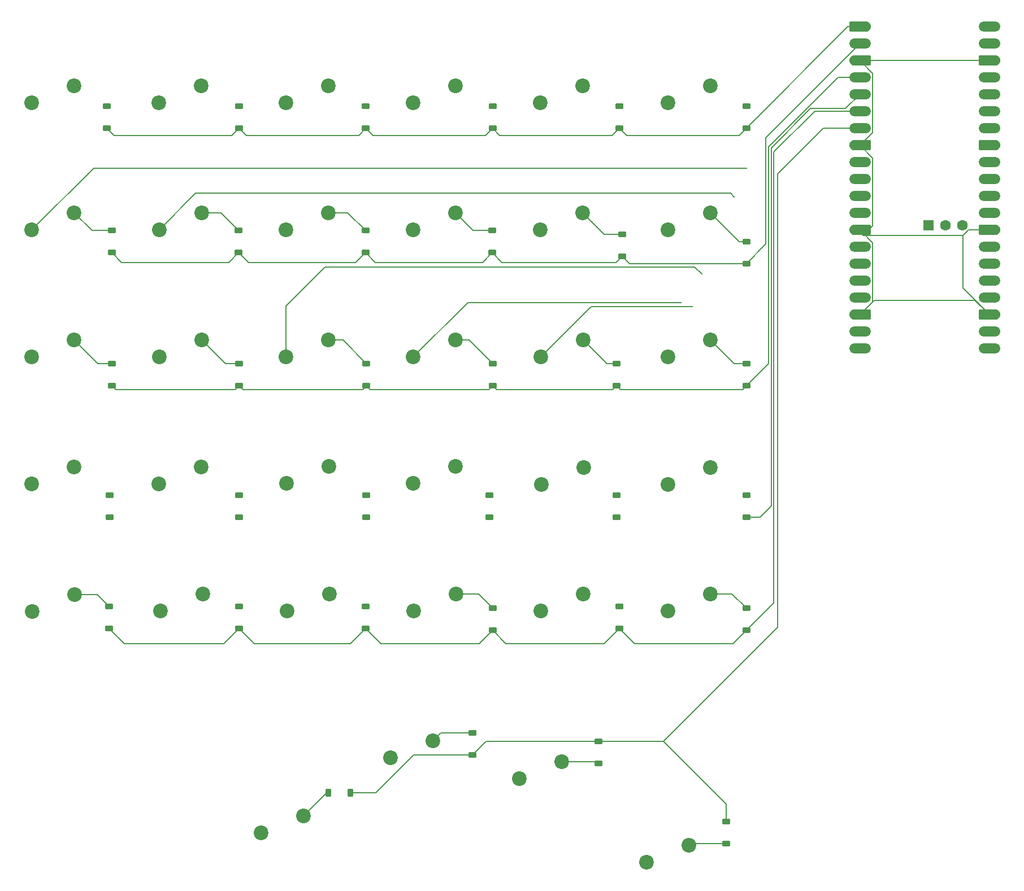
<source format=gbr>
%TF.GenerationSoftware,KiCad,Pcbnew,9.0.6*%
%TF.CreationDate,2026-01-10T21:08:18+05:30*%
%TF.ProjectId,pcb,7063622e-6b69-4636-9164-5f7063625858,rev?*%
%TF.SameCoordinates,Original*%
%TF.FileFunction,Copper,L1,Top*%
%TF.FilePolarity,Positive*%
%FSLAX46Y46*%
G04 Gerber Fmt 4.6, Leading zero omitted, Abs format (unit mm)*
G04 Created by KiCad (PCBNEW 9.0.6) date 2026-01-10 21:08:18*
%MOMM*%
%LPD*%
G01*
G04 APERTURE LIST*
G04 Aperture macros list*
%AMRoundRect*
0 Rectangle with rounded corners*
0 $1 Rounding radius*
0 $2 $3 $4 $5 $6 $7 $8 $9 X,Y pos of 4 corners*
0 Add a 4 corners polygon primitive as box body*
4,1,4,$2,$3,$4,$5,$6,$7,$8,$9,$2,$3,0*
0 Add four circle primitives for the rounded corners*
1,1,$1+$1,$2,$3*
1,1,$1+$1,$4,$5*
1,1,$1+$1,$6,$7*
1,1,$1+$1,$8,$9*
0 Add four rect primitives between the rounded corners*
20,1,$1+$1,$2,$3,$4,$5,0*
20,1,$1+$1,$4,$5,$6,$7,0*
20,1,$1+$1,$6,$7,$8,$9,0*
20,1,$1+$1,$8,$9,$2,$3,0*%
%AMFreePoly0*
4,1,37,0.800000,0.796148,0.878414,0.796148,1.032228,0.765552,1.177117,0.705537,1.307515,0.618408,1.418408,0.507515,1.505537,0.377117,1.565552,0.232228,1.596148,0.078414,1.596148,-0.078414,1.565552,-0.232228,1.505537,-0.377117,1.418408,-0.507515,1.307515,-0.618408,1.177117,-0.705537,1.032228,-0.765552,0.878414,-0.796148,0.800000,-0.796148,0.800000,-0.800000,-1.400000,-0.800000,
-1.403843,-0.796157,-1.439018,-0.796157,-1.511114,-0.766294,-1.566294,-0.711114,-1.596157,-0.639018,-1.596157,-0.603843,-1.600000,-0.600000,-1.600000,0.600000,-1.596157,0.603843,-1.596157,0.639018,-1.566294,0.711114,-1.511114,0.766294,-1.439018,0.796157,-1.403843,0.796157,-1.400000,0.800000,0.800000,0.800000,0.800000,0.796148,0.800000,0.796148,$1*%
%AMFreePoly1*
4,1,37,1.403843,0.796157,1.439018,0.796157,1.511114,0.766294,1.566294,0.711114,1.596157,0.639018,1.596157,0.603843,1.600000,0.600000,1.600000,-0.600000,1.596157,-0.603843,1.596157,-0.639018,1.566294,-0.711114,1.511114,-0.766294,1.439018,-0.796157,1.403843,-0.796157,1.400000,-0.800000,-0.800000,-0.800000,-0.800000,-0.796148,-0.878414,-0.796148,-1.032228,-0.765552,-1.177117,-0.705537,
-1.307515,-0.618408,-1.418408,-0.507515,-1.505537,-0.377117,-1.565552,-0.232228,-1.596148,-0.078414,-1.596148,0.078414,-1.565552,0.232228,-1.505537,0.377117,-1.418408,0.507515,-1.307515,0.618408,-1.177117,0.705537,-1.032228,0.765552,-0.878414,0.796148,-0.800000,0.796148,-0.800000,0.800000,1.400000,0.800000,1.403843,0.796157,1.403843,0.796157,$1*%
G04 Aperture macros list end*
%TA.AperFunction,SMDPad,CuDef*%
%ADD10RoundRect,0.225000X0.375000X-0.225000X0.375000X0.225000X-0.375000X0.225000X-0.375000X-0.225000X0*%
%TD*%
%TA.AperFunction,SMDPad,CuDef*%
%ADD11RoundRect,0.225000X-0.375000X0.225000X-0.375000X-0.225000X0.375000X-0.225000X0.375000X0.225000X0*%
%TD*%
%TA.AperFunction,ComponentPad*%
%ADD12C,2.200000*%
%TD*%
%TA.AperFunction,SMDPad,CuDef*%
%ADD13RoundRect,0.225000X0.225000X0.375000X-0.225000X0.375000X-0.225000X-0.375000X0.225000X-0.375000X0*%
%TD*%
%TA.AperFunction,SMDPad,CuDef*%
%ADD14FreePoly0,0.000000*%
%TD*%
%TA.AperFunction,SMDPad,CuDef*%
%ADD15RoundRect,0.800000X-0.800000X-0.000010X0.800000X-0.000010X0.800000X0.000010X-0.800000X0.000010X0*%
%TD*%
%TA.AperFunction,SMDPad,CuDef*%
%ADD16FreePoly1,0.000000*%
%TD*%
%TA.AperFunction,ComponentPad*%
%ADD17RoundRect,0.200000X-0.600000X-0.600000X0.600000X-0.600000X0.600000X0.600000X-0.600000X0.600000X0*%
%TD*%
%TA.AperFunction,ComponentPad*%
%ADD18C,1.600000*%
%TD*%
%TA.AperFunction,ViaPad*%
%ADD19C,0.300000*%
%TD*%
%TA.AperFunction,Conductor*%
%ADD20C,0.200000*%
%TD*%
G04 APERTURE END LIST*
D10*
%TO.P,D20,1,K*%
%TO.N,row4*%
X91000000Y-92650000D03*
%TO.P,D20,2,A*%
%TO.N,Net-(D20-A)*%
X91000000Y-89350000D03*
%TD*%
D11*
%TO.P,D33,1,K*%
%TO.N,row6*%
X144860000Y-126320000D03*
%TO.P,D33,2,A*%
%TO.N,Net-(D33-A)*%
X144860000Y-129620000D03*
%TD*%
D12*
%TO.P,SW17,1,1*%
%TO.N,Net-(D17-A)*%
X142540000Y-66095000D03*
%TO.P,SW17,2,2*%
%TO.N,col5*%
X136190000Y-68635000D03*
%TD*%
D10*
%TO.P,D18,1,K*%
%TO.N,row3*%
X167000000Y-72950000D03*
%TO.P,D18,2,A*%
%TO.N,Net-(D18-A)*%
X167000000Y-69650000D03*
%TD*%
D12*
%TO.P,SW24,1,1*%
%TO.N,Net-(D24-A)*%
X161640000Y-85220000D03*
%TO.P,SW24,2,2*%
%TO.N,col6*%
X155290000Y-87760000D03*
%TD*%
%TO.P,SW25,1,1*%
%TO.N,Net-(D25-A)*%
X66360000Y-104270000D03*
%TO.P,SW25,2,2*%
%TO.N,col1*%
X60010000Y-106810000D03*
%TD*%
D10*
%TO.P,D27,1,K*%
%TO.N,row5*%
X110000000Y-109350000D03*
%TO.P,D27,2,A*%
%TO.N,Net-(D27-A)*%
X110000000Y-106050000D03*
%TD*%
%TO.P,D16,1,K*%
%TO.N,row3*%
X129000000Y-72950000D03*
%TO.P,D16,2,A*%
%TO.N,Net-(D16-A)*%
X129000000Y-69650000D03*
%TD*%
D12*
%TO.P,SW9,1,1*%
%TO.N,Net-(D9-A)*%
X104375000Y-47045000D03*
%TO.P,SW9,2,2*%
%TO.N,col3*%
X98025000Y-49585000D03*
%TD*%
%TO.P,SW8,1,1*%
%TO.N,Net-(D8-A)*%
X85390000Y-47040000D03*
%TO.P,SW8,2,2*%
%TO.N,col2*%
X79040000Y-49580000D03*
%TD*%
D10*
%TO.P,D15,1,K*%
%TO.N,row3*%
X110100000Y-72950000D03*
%TO.P,D15,2,A*%
%TO.N,Net-(D15-A)*%
X110100000Y-69650000D03*
%TD*%
D12*
%TO.P,SW29,1,1*%
%TO.N,Net-(D29-A)*%
X142610000Y-104220000D03*
%TO.P,SW29,2,2*%
%TO.N,col5*%
X136260000Y-106760000D03*
%TD*%
%TO.P,SW27,1,1*%
%TO.N,Net-(D27-A)*%
X104560000Y-104220000D03*
%TO.P,SW27,2,2*%
%TO.N,col3*%
X98210000Y-106760000D03*
%TD*%
D10*
%TO.P,D4,1,K*%
%TO.N,row1*%
X129000000Y-34350000D03*
%TO.P,D4,2,A*%
%TO.N,Net-(D4-A)*%
X129000000Y-31050000D03*
%TD*%
%TO.P,D23,1,K*%
%TO.N,row4*%
X147550000Y-92650000D03*
%TO.P,D23,2,A*%
%TO.N,Net-(D23-A)*%
X147550000Y-89350000D03*
%TD*%
D12*
%TO.P,SW7,1,1*%
%TO.N,Net-(D7-A)*%
X66310000Y-47050000D03*
%TO.P,SW7,2,2*%
%TO.N,col1*%
X59960000Y-49590000D03*
%TD*%
D13*
%TO.P,D31,1,K*%
%TO.N,row6*%
X107650000Y-134000000D03*
%TO.P,D31,2,A*%
%TO.N,Net-(D31-A)*%
X104350000Y-134000000D03*
%TD*%
D12*
%TO.P,SW19,1,1*%
%TO.N,Net-(D19-A)*%
X66310000Y-85180000D03*
%TO.P,SW19,2,2*%
%TO.N,col1*%
X59960000Y-87720000D03*
%TD*%
D10*
%TO.P,D1,1,K*%
%TO.N,row1*%
X71200000Y-34350000D03*
%TO.P,D1,2,A*%
%TO.N,Net-(D1-A)*%
X71200000Y-31050000D03*
%TD*%
%TO.P,D2,1,K*%
%TO.N,row1*%
X91000000Y-34350000D03*
%TO.P,D2,2,A*%
%TO.N,Net-(D2-A)*%
X91000000Y-31050000D03*
%TD*%
%TO.P,D30,1,K*%
%TO.N,row5*%
X167000000Y-109650000D03*
%TO.P,D30,2,A*%
%TO.N,Net-(D30-A)*%
X167000000Y-106350000D03*
%TD*%
%TO.P,D24,1,K*%
%TO.N,row4*%
X167000000Y-92650000D03*
%TO.P,D24,2,A*%
%TO.N,Net-(D24-A)*%
X167000000Y-89350000D03*
%TD*%
D12*
%TO.P,SW4,1,1*%
%TO.N,Net-(D4-A)*%
X123430000Y-27990000D03*
%TO.P,SW4,2,2*%
%TO.N,col4*%
X117080000Y-30530000D03*
%TD*%
%TO.P,SW26,1,1*%
%TO.N,Net-(D26-A)*%
X85560000Y-104220000D03*
%TO.P,SW26,2,2*%
%TO.N,col2*%
X79210000Y-106760000D03*
%TD*%
D10*
%TO.P,D21,1,K*%
%TO.N,row4*%
X110100000Y-92650000D03*
%TO.P,D21,2,A*%
%TO.N,Net-(D21-A)*%
X110100000Y-89350000D03*
%TD*%
%TO.P,D8,1,K*%
%TO.N,row2*%
X90950000Y-53000000D03*
%TO.P,D8,2,A*%
%TO.N,Net-(D8-A)*%
X90950000Y-49700000D03*
%TD*%
%TO.P,D19,1,K*%
%TO.N,row4*%
X71650000Y-92650000D03*
%TO.P,D19,2,A*%
%TO.N,Net-(D19-A)*%
X71650000Y-89350000D03*
%TD*%
D12*
%TO.P,SW18,1,1*%
%TO.N,Net-(D18-A)*%
X161640000Y-66100000D03*
%TO.P,SW18,2,2*%
%TO.N,col6*%
X155290000Y-68640000D03*
%TD*%
D10*
%TO.P,D7,1,K*%
%TO.N,row2*%
X71950000Y-53000000D03*
%TO.P,D7,2,A*%
%TO.N,Net-(D7-A)*%
X71950000Y-49700000D03*
%TD*%
D12*
%TO.P,SW11,1,1*%
%TO.N,Net-(D11-A)*%
X142515000Y-47045000D03*
%TO.P,SW11,2,2*%
%TO.N,col5*%
X136165000Y-49585000D03*
%TD*%
%TO.P,SW31,1,1*%
%TO.N,Net-(D31-A)*%
X100650000Y-137460000D03*
%TO.P,SW31,2,2*%
%TO.N,col1*%
X94300000Y-140000000D03*
%TD*%
%TO.P,SW13,1,1*%
%TO.N,Net-(D13-A)*%
X66300000Y-66085000D03*
%TO.P,SW13,2,2*%
%TO.N,col1*%
X59950000Y-68625000D03*
%TD*%
%TO.P,SW32,1,1*%
%TO.N,Net-(D32-A)*%
X120090000Y-126220000D03*
%TO.P,SW32,2,2*%
%TO.N,col2*%
X113740000Y-128760000D03*
%TD*%
D10*
%TO.P,D32,1,K*%
%TO.N,row6*%
X126000000Y-128350000D03*
%TO.P,D32,2,A*%
%TO.N,Net-(D32-A)*%
X126000000Y-125050000D03*
%TD*%
D11*
%TO.P,D34,1,K*%
%TO.N,row6*%
X164000000Y-138350000D03*
%TO.P,D34,2,A*%
%TO.N,Net-(D34-A)*%
X164000000Y-141650000D03*
%TD*%
D12*
%TO.P,SW3,1,1*%
%TO.N,Net-(D3-A)*%
X104390000Y-27990000D03*
%TO.P,SW3,2,2*%
%TO.N,col3*%
X98040000Y-30530000D03*
%TD*%
%TO.P,SW5,1,1*%
%TO.N,Net-(D5-A)*%
X142510000Y-27990000D03*
%TO.P,SW5,2,2*%
%TO.N,col5*%
X136160000Y-30530000D03*
%TD*%
%TO.P,SW1,1,1*%
%TO.N,Net-(D1-A)*%
X66320000Y-27990000D03*
%TO.P,SW1,2,2*%
%TO.N,col1*%
X59970000Y-30530000D03*
%TD*%
D10*
%TO.P,D26,1,K*%
%TO.N,row5*%
X91000000Y-109350000D03*
%TO.P,D26,2,A*%
%TO.N,Net-(D26-A)*%
X91000000Y-106050000D03*
%TD*%
D12*
%TO.P,SW34,1,1*%
%TO.N,Net-(D34-A)*%
X158390000Y-141920000D03*
%TO.P,SW34,2,2*%
%TO.N,col4*%
X152040000Y-144460000D03*
%TD*%
D10*
%TO.P,D14,1,K*%
%TO.N,row3*%
X91000000Y-72950000D03*
%TO.P,D14,2,A*%
%TO.N,Net-(D14-A)*%
X91000000Y-69650000D03*
%TD*%
%TO.P,D5,1,K*%
%TO.N,row1*%
X148000000Y-34350000D03*
%TO.P,D5,2,A*%
%TO.N,Net-(D5-A)*%
X148000000Y-31050000D03*
%TD*%
D12*
%TO.P,SW22,1,1*%
%TO.N,Net-(D22-A)*%
X123450000Y-85110000D03*
%TO.P,SW22,2,2*%
%TO.N,col4*%
X117100000Y-87650000D03*
%TD*%
D10*
%TO.P,D9,1,K*%
%TO.N,row2*%
X109950000Y-53000000D03*
%TO.P,D9,2,A*%
%TO.N,Net-(D9-A)*%
X109950000Y-49700000D03*
%TD*%
D12*
%TO.P,SW15,1,1*%
%TO.N,Net-(D15-A)*%
X104425000Y-66100000D03*
%TO.P,SW15,2,2*%
%TO.N,col3*%
X98075000Y-68640000D03*
%TD*%
%TO.P,SW23,1,1*%
%TO.N,Net-(D23-A)*%
X142640000Y-85220000D03*
%TO.P,SW23,2,2*%
%TO.N,col5*%
X136290000Y-87760000D03*
%TD*%
%TO.P,SW30,1,1*%
%TO.N,Net-(D30-A)*%
X161640000Y-104220000D03*
%TO.P,SW30,2,2*%
%TO.N,col6*%
X155290000Y-106760000D03*
%TD*%
D10*
%TO.P,D17,1,K*%
%TO.N,row3*%
X147550000Y-72950000D03*
%TO.P,D17,2,A*%
%TO.N,Net-(D17-A)*%
X147550000Y-69650000D03*
%TD*%
%TO.P,D28,1,K*%
%TO.N,row5*%
X129000000Y-109650000D03*
%TO.P,D28,2,A*%
%TO.N,Net-(D28-A)*%
X129000000Y-106350000D03*
%TD*%
%TO.P,D12,1,K*%
%TO.N,row2*%
X167000000Y-54665000D03*
%TO.P,D12,2,A*%
%TO.N,Net-(D12-A)*%
X167000000Y-51365000D03*
%TD*%
D12*
%TO.P,SW2,1,1*%
%TO.N,Net-(D2-A)*%
X85350000Y-27990000D03*
%TO.P,SW2,2,2*%
%TO.N,col2*%
X79000000Y-30530000D03*
%TD*%
%TO.P,SW20,1,1*%
%TO.N,Net-(D20-A)*%
X85370000Y-85150000D03*
%TO.P,SW20,2,2*%
%TO.N,col2*%
X79020000Y-87690000D03*
%TD*%
D10*
%TO.P,D29,1,K*%
%TO.N,row5*%
X148000000Y-109350000D03*
%TO.P,D29,2,A*%
%TO.N,Net-(D29-A)*%
X148000000Y-106050000D03*
%TD*%
D12*
%TO.P,SW21,1,1*%
%TO.N,Net-(D21-A)*%
X104450000Y-85110000D03*
%TO.P,SW21,2,2*%
%TO.N,col3*%
X98100000Y-87650000D03*
%TD*%
D10*
%TO.P,D22,1,K*%
%TO.N,row4*%
X128550000Y-92650000D03*
%TO.P,D22,2,A*%
%TO.N,Net-(D22-A)*%
X128550000Y-89350000D03*
%TD*%
D14*
%TO.P,A1,1,GPIO0*%
%TO.N,row1*%
X184030000Y-19125000D03*
D15*
%TO.P,A1,2,GPIO1*%
%TO.N,row2*%
X184030000Y-21665000D03*
D16*
%TO.P,A1,3,GND*%
%TO.N,Net-(A1-GND-Pad13)*%
X184030000Y-24205000D03*
D15*
%TO.P,A1,4,GPIO2*%
%TO.N,row3*%
X184030000Y-26745000D03*
%TO.P,A1,5,GPIO3*%
%TO.N,row4*%
X184030000Y-29285000D03*
%TO.P,A1,6,GPIO4*%
%TO.N,row5*%
X184030000Y-31825000D03*
%TO.P,A1,7,GPIO5*%
%TO.N,row6*%
X184030000Y-34365000D03*
D16*
%TO.P,A1,8,GND*%
%TO.N,Net-(A1-GND-Pad13)*%
X184030000Y-36905000D03*
D15*
%TO.P,A1,9,GPIO6*%
%TO.N,col1*%
X184030000Y-39445000D03*
%TO.P,A1,10,GPIO7*%
%TO.N,col2*%
X184030000Y-41985000D03*
%TO.P,A1,11,GPIO8*%
%TO.N,col3*%
X184030000Y-44525000D03*
%TO.P,A1,12,GPIO9*%
%TO.N,col4*%
X184030000Y-47065000D03*
D16*
%TO.P,A1,13,GND*%
%TO.N,Net-(A1-GND-Pad13)*%
X184030000Y-49605000D03*
D15*
%TO.P,A1,14,GPIO10*%
%TO.N,col5*%
X184030000Y-52145000D03*
%TO.P,A1,15,GPIO11*%
%TO.N,col6*%
X184030000Y-54685000D03*
%TO.P,A1,16,GPIO12*%
%TO.N,unconnected-(A1-GPIO12-Pad16)*%
X184030000Y-57225000D03*
%TO.P,A1,17,GPIO13*%
%TO.N,unconnected-(A1-GPIO13-Pad17)*%
X184030000Y-59765000D03*
D16*
%TO.P,A1,18,GND*%
%TO.N,Net-(A1-GND-Pad13)*%
X184030000Y-62305000D03*
D15*
%TO.P,A1,19,GPIO14*%
%TO.N,unconnected-(A1-GPIO14-Pad19)*%
X184030000Y-64845000D03*
%TO.P,A1,20,GPIO15*%
%TO.N,unconnected-(A1-GPIO15-Pad20)*%
X184030000Y-67385000D03*
%TO.P,A1,21,GPIO16*%
%TO.N,unconnected-(A1-GPIO16-Pad21)*%
X203410000Y-67385000D03*
%TO.P,A1,22,GPIO17*%
%TO.N,unconnected-(A1-GPIO17-Pad22)*%
X203410000Y-64845000D03*
D14*
%TO.P,A1,23,GND*%
%TO.N,Net-(A1-GND-Pad13)*%
X203410000Y-62305000D03*
D15*
%TO.P,A1,24,GPIO18*%
%TO.N,unconnected-(A1-GPIO18-Pad24)*%
X203410000Y-59765000D03*
%TO.P,A1,25,GPIO19*%
%TO.N,unconnected-(A1-GPIO19-Pad25)*%
X203410000Y-57225000D03*
%TO.P,A1,26,GPIO20*%
%TO.N,unconnected-(A1-GPIO20-Pad26)*%
X203410000Y-54685000D03*
%TO.P,A1,27,GPIO21*%
%TO.N,unconnected-(A1-GPIO21-Pad27)*%
X203410000Y-52145000D03*
D14*
%TO.P,A1,28,GND*%
%TO.N,Net-(A1-GND-Pad13)*%
X203410000Y-49605000D03*
D15*
%TO.P,A1,29,GPIO22*%
%TO.N,unconnected-(A1-GPIO22-Pad29)*%
X203410000Y-47065000D03*
%TO.P,A1,30,RUN*%
%TO.N,unconnected-(A1-RUN-Pad30)*%
X203410000Y-44525000D03*
%TO.P,A1,31,GPIO26_ADC0*%
%TO.N,unconnected-(A1-GPIO26_ADC0-Pad31)*%
X203410000Y-41985000D03*
%TO.P,A1,32,GPIO27_ADC1*%
%TO.N,unconnected-(A1-GPIO27_ADC1-Pad32)*%
X203410000Y-39445000D03*
D14*
%TO.P,A1,33,AGND*%
%TO.N,unconnected-(A1-AGND-Pad33)*%
X203410000Y-36905000D03*
D15*
%TO.P,A1,34,GPIO28_ADC2*%
%TO.N,unconnected-(A1-GPIO28_ADC2-Pad34)*%
X203410000Y-34365000D03*
%TO.P,A1,35,ADC_VREF*%
%TO.N,unconnected-(A1-ADC_VREF-Pad35)*%
X203410000Y-31825000D03*
%TO.P,A1,36,3V3*%
%TO.N,unconnected-(A1-3V3-Pad36)*%
X203410000Y-29285000D03*
%TO.P,A1,37,3V3_EN*%
%TO.N,unconnected-(A1-3V3_EN-Pad37)*%
X203410000Y-26745000D03*
D14*
%TO.P,A1,38,GND*%
%TO.N,Net-(A1-GND-Pad13)*%
X203410000Y-24205000D03*
D15*
%TO.P,A1,39,VSYS*%
%TO.N,unconnected-(A1-VSYS-Pad39)*%
X203410000Y-21665000D03*
%TO.P,A1,40,VBUS*%
%TO.N,unconnected-(A1-VBUS-Pad40)*%
X203410000Y-19125000D03*
D17*
%TO.P,A1,D1*%
%TO.N,N/C*%
X194304100Y-48955000D03*
D18*
%TO.P,A1,D2*%
X196844100Y-48955000D03*
%TO.P,A1,D3*%
X199384100Y-48955000D03*
%TD*%
D10*
%TO.P,D6,1,K*%
%TO.N,row1*%
X167000000Y-34350000D03*
%TO.P,D6,2,A*%
%TO.N,Net-(D6-A)*%
X167000000Y-31050000D03*
%TD*%
D12*
%TO.P,SW10,1,1*%
%TO.N,Net-(D10-A)*%
X123425000Y-47045000D03*
%TO.P,SW10,2,2*%
%TO.N,col4*%
X117075000Y-49585000D03*
%TD*%
D10*
%TO.P,D11,1,K*%
%TO.N,row2*%
X148425000Y-53575000D03*
%TO.P,D11,2,A*%
%TO.N,Net-(D11-A)*%
X148425000Y-50275000D03*
%TD*%
D12*
%TO.P,SW16,1,1*%
%TO.N,Net-(D16-A)*%
X123460000Y-66095000D03*
%TO.P,SW16,2,2*%
%TO.N,col4*%
X117110000Y-68635000D03*
%TD*%
D10*
%TO.P,D10,1,K*%
%TO.N,row2*%
X128950000Y-53015000D03*
%TO.P,D10,2,A*%
%TO.N,Net-(D10-A)*%
X128950000Y-49715000D03*
%TD*%
%TO.P,D25,1,K*%
%TO.N,row5*%
X71550000Y-109350000D03*
%TO.P,D25,2,A*%
%TO.N,Net-(D25-A)*%
X71550000Y-106050000D03*
%TD*%
%TO.P,D3,1,K*%
%TO.N,row1*%
X110000000Y-34350000D03*
%TO.P,D3,2,A*%
%TO.N,Net-(D3-A)*%
X110000000Y-31050000D03*
%TD*%
D12*
%TO.P,SW33,1,1*%
%TO.N,Net-(D33-A)*%
X139340000Y-129370000D03*
%TO.P,SW33,2,2*%
%TO.N,col3*%
X132990000Y-131910000D03*
%TD*%
%TO.P,SW14,1,1*%
%TO.N,Net-(D14-A)*%
X85385000Y-66095000D03*
%TO.P,SW14,2,2*%
%TO.N,col2*%
X79035000Y-68635000D03*
%TD*%
%TO.P,SW28,1,1*%
%TO.N,Net-(D28-A)*%
X123560000Y-104220000D03*
%TO.P,SW28,2,2*%
%TO.N,col4*%
X117210000Y-106760000D03*
%TD*%
%TO.P,SW6,1,1*%
%TO.N,Net-(D6-A)*%
X161580000Y-27990000D03*
%TO.P,SW6,2,2*%
%TO.N,col6*%
X155230000Y-30530000D03*
%TD*%
%TO.P,SW12,1,1*%
%TO.N,Net-(D12-A)*%
X161620000Y-47070000D03*
%TO.P,SW12,2,2*%
%TO.N,col6*%
X155270000Y-49610000D03*
%TD*%
D10*
%TO.P,D13,1,K*%
%TO.N,row3*%
X72000000Y-72950000D03*
%TO.P,D13,2,A*%
%TO.N,Net-(D13-A)*%
X72000000Y-69650000D03*
%TD*%
D19*
%TO.N,col5*%
X158890000Y-61080000D03*
X184030000Y-52145000D03*
%TO.N,col6*%
X184030000Y-54685000D03*
%TO.N,col3*%
X184010000Y-44520000D03*
X160310000Y-56240000D03*
%TO.N,col4*%
X184030000Y-47065000D03*
X157250000Y-60480000D03*
%TO.N,col2*%
X165190000Y-44650000D03*
X184030000Y-41985000D03*
%TO.N,col1*%
X184000000Y-39440000D03*
X167050000Y-40340000D03*
%TD*%
D20*
%TO.N,col5*%
X136190000Y-68635000D02*
X143745000Y-61080000D01*
X143745000Y-61080000D02*
X158890000Y-61080000D01*
%TO.N,Net-(A1-GND-Pad13)*%
X199456150Y-58351150D02*
X199456150Y-50440000D01*
X201259000Y-60154000D02*
X203410000Y-62305000D01*
X199456150Y-50440000D02*
X200291150Y-49605000D01*
X185931000Y-60404000D02*
X184030000Y-62305000D01*
X185931000Y-26106000D02*
X185931000Y-35004000D01*
X200291150Y-49605000D02*
X203410000Y-49605000D01*
X184030000Y-49605000D02*
X185931000Y-51506000D01*
X184030000Y-24205000D02*
X185931000Y-26106000D01*
X184030000Y-62305000D02*
X186181000Y-60154000D01*
X185931000Y-38806000D02*
X185931000Y-48979000D01*
X184030000Y-36905000D02*
X185931000Y-38806000D01*
X185931000Y-51506000D02*
X185931000Y-60404000D01*
X185931000Y-35004000D02*
X184030000Y-36905000D01*
X203410000Y-62305000D02*
X199456150Y-58351150D01*
X185931000Y-48979000D02*
X184470000Y-50440000D01*
X184470000Y-50440000D02*
X199456150Y-50440000D01*
X186181000Y-60154000D02*
X201259000Y-60154000D01*
X203410000Y-24205000D02*
X184030000Y-24205000D01*
%TO.N,row4*%
X170724000Y-91026000D02*
X169100000Y-92650000D01*
X184030000Y-29285000D02*
X181891000Y-31424000D01*
X176626000Y-31424000D02*
X170724000Y-37326000D01*
X170724000Y-37326000D02*
X170724000Y-91026000D01*
X181891000Y-31424000D02*
X176626000Y-31424000D01*
X169100000Y-92650000D02*
X167000000Y-92650000D01*
%TO.N,row3*%
X180737900Y-26745000D02*
X184030000Y-26745000D01*
X167000000Y-72950000D02*
X170323000Y-69627000D01*
X72576000Y-73526000D02*
X90424000Y-73526000D01*
X148131000Y-73531000D02*
X147550000Y-72950000D01*
X110100000Y-72950000D02*
X109519000Y-73531000D01*
X166419000Y-73531000D02*
X148131000Y-73531000D01*
X170323000Y-69627000D02*
X170323000Y-37159900D01*
X146974000Y-73526000D02*
X129576000Y-73526000D01*
X129000000Y-72950000D02*
X128424000Y-73526000D01*
X109519000Y-73531000D02*
X91581000Y-73531000D01*
X110676000Y-73526000D02*
X110100000Y-72950000D01*
X90424000Y-73526000D02*
X91000000Y-72950000D01*
X147550000Y-72950000D02*
X146974000Y-73526000D01*
X72000000Y-72950000D02*
X72576000Y-73526000D01*
X167000000Y-72950000D02*
X166419000Y-73531000D01*
X129576000Y-73526000D02*
X129000000Y-72950000D01*
X91581000Y-73531000D02*
X91000000Y-72950000D01*
X170323000Y-37159900D02*
X180737900Y-26745000D01*
X128424000Y-73526000D02*
X110676000Y-73526000D01*
%TO.N,col3*%
X98075000Y-60995000D02*
X98075000Y-68640000D01*
X160310000Y-56240000D02*
X159240000Y-55170000D01*
X184015000Y-44525000D02*
X184010000Y-44520000D01*
X103900000Y-55170000D02*
X98075000Y-60995000D01*
X184030000Y-44525000D02*
X184015000Y-44525000D01*
X159240000Y-55170000D02*
X103900000Y-55170000D01*
%TO.N,col4*%
X125265000Y-60480000D02*
X157250000Y-60480000D01*
X117110000Y-68635000D02*
X125265000Y-60480000D01*
%TO.N,col2*%
X84510000Y-44110000D02*
X164650000Y-44110000D01*
X164650000Y-44110000D02*
X165190000Y-44650000D01*
X79040000Y-49580000D02*
X84510000Y-44110000D01*
%TO.N,col1*%
X184005000Y-39445000D02*
X184000000Y-39440000D01*
X167050000Y-40340000D02*
X69210000Y-40340000D01*
X184030000Y-39445000D02*
X184005000Y-39445000D01*
X69210000Y-40340000D02*
X59960000Y-49590000D01*
%TO.N,row1*%
X167000000Y-34350000D02*
X165925000Y-35425000D01*
X72271000Y-35421000D02*
X71200000Y-34350000D01*
X182225000Y-19125000D02*
X167000000Y-34350000D01*
X148000000Y-34350000D02*
X146929000Y-35421000D01*
X110000000Y-34350000D02*
X108929000Y-35421000D01*
X130071000Y-35421000D02*
X129000000Y-34350000D01*
X111075000Y-35425000D02*
X110000000Y-34350000D01*
X92071000Y-35421000D02*
X91000000Y-34350000D01*
X146929000Y-35421000D02*
X130071000Y-35421000D01*
X127925000Y-35425000D02*
X111075000Y-35425000D01*
X149075000Y-35425000D02*
X148000000Y-34350000D01*
X108929000Y-35421000D02*
X92071000Y-35421000D01*
X165925000Y-35425000D02*
X149075000Y-35425000D01*
X91000000Y-34350000D02*
X89929000Y-35421000D01*
X129000000Y-34350000D02*
X127925000Y-35425000D01*
X184030000Y-19125000D02*
X182225000Y-19125000D01*
X89929000Y-35421000D02*
X72271000Y-35421000D01*
%TO.N,row2*%
X169922000Y-35773000D02*
X169922000Y-51743000D01*
X149515000Y-54665000D02*
X167000000Y-54665000D01*
X92426000Y-54476000D02*
X90950000Y-53000000D01*
X184030000Y-21665000D02*
X169922000Y-35773000D01*
X89479000Y-54471000D02*
X90950000Y-53000000D01*
X108474000Y-54476000D02*
X92426000Y-54476000D01*
X73421000Y-54471000D02*
X89479000Y-54471000D01*
X148425000Y-53575000D02*
X147524000Y-54476000D01*
X109950000Y-53000000D02*
X108474000Y-54476000D01*
X147524000Y-54476000D02*
X130411000Y-54476000D01*
X130411000Y-54476000D02*
X128950000Y-53015000D01*
X128950000Y-53015000D02*
X127489000Y-54476000D01*
X127489000Y-54476000D02*
X111426000Y-54476000D01*
X169922000Y-51743000D02*
X167000000Y-54665000D01*
X111426000Y-54476000D02*
X109950000Y-53000000D01*
X71950000Y-53000000D02*
X73421000Y-54471000D01*
X148425000Y-53575000D02*
X149515000Y-54665000D01*
%TO.N,row5*%
X129000000Y-109650000D02*
X131001000Y-111651000D01*
X107699000Y-111651000D02*
X93301000Y-111651000D01*
X110000000Y-109350000D02*
X107699000Y-111651000D01*
X177250000Y-31825000D02*
X184030000Y-31825000D01*
X88699000Y-111651000D02*
X91000000Y-109350000D01*
X126999000Y-111651000D02*
X112301000Y-111651000D01*
X71550000Y-109350000D02*
X73851000Y-111651000D01*
X73851000Y-111651000D02*
X88699000Y-111651000D01*
X148000000Y-109350000D02*
X150301000Y-111651000D01*
X171125000Y-37950000D02*
X177250000Y-31825000D01*
X164999000Y-111651000D02*
X167000000Y-109650000D01*
X112301000Y-111651000D02*
X110000000Y-109350000D01*
X167000000Y-109650000D02*
X171125000Y-105525000D01*
X145699000Y-111651000D02*
X148000000Y-109350000D01*
X129000000Y-109650000D02*
X126999000Y-111651000D01*
X131001000Y-111651000D02*
X145699000Y-111651000D01*
X93301000Y-111651000D02*
X91000000Y-109350000D01*
X171125000Y-105525000D02*
X171125000Y-37950000D01*
X150301000Y-111651000D02*
X164999000Y-111651000D01*
%TO.N,Net-(D7-A)*%
X71950000Y-49700000D02*
X68960000Y-49700000D01*
X68960000Y-49700000D02*
X66310000Y-47050000D01*
%TO.N,Net-(D8-A)*%
X88290000Y-47040000D02*
X90950000Y-49700000D01*
X85390000Y-47040000D02*
X88290000Y-47040000D01*
%TO.N,Net-(D9-A)*%
X107295000Y-47045000D02*
X109950000Y-49700000D01*
X104375000Y-47045000D02*
X107295000Y-47045000D01*
%TO.N,Net-(D10-A)*%
X123425000Y-47045000D02*
X126095000Y-49715000D01*
X126095000Y-49715000D02*
X128950000Y-49715000D01*
%TO.N,Net-(D11-A)*%
X142515000Y-47045000D02*
X145745000Y-50275000D01*
X145745000Y-50275000D02*
X148425000Y-50275000D01*
%TO.N,Net-(D12-A)*%
X165915000Y-51365000D02*
X161620000Y-47070000D01*
X167000000Y-51365000D02*
X165915000Y-51365000D01*
%TO.N,Net-(D13-A)*%
X72000000Y-69650000D02*
X69865000Y-69650000D01*
X69865000Y-69650000D02*
X66300000Y-66085000D01*
%TO.N,Net-(D14-A)*%
X91000000Y-69650000D02*
X88940000Y-69650000D01*
X88940000Y-69650000D02*
X85385000Y-66095000D01*
%TO.N,Net-(D15-A)*%
X106550000Y-66100000D02*
X110100000Y-69650000D01*
X104425000Y-66100000D02*
X106550000Y-66100000D01*
%TO.N,Net-(D16-A)*%
X123460000Y-66095000D02*
X125445000Y-66095000D01*
X125445000Y-66095000D02*
X129000000Y-69650000D01*
%TO.N,Net-(D17-A)*%
X146095000Y-69650000D02*
X147550000Y-69650000D01*
X142540000Y-66095000D02*
X146095000Y-69650000D01*
%TO.N,Net-(D18-A)*%
X167000000Y-69650000D02*
X165190000Y-69650000D01*
X165190000Y-69650000D02*
X161640000Y-66100000D01*
%TO.N,Net-(D25-A)*%
X66360000Y-104270000D02*
X69770000Y-104270000D01*
X69770000Y-104270000D02*
X71550000Y-106050000D01*
%TO.N,Net-(D28-A)*%
X126870000Y-104220000D02*
X129000000Y-106350000D01*
X123560000Y-104220000D02*
X126870000Y-104220000D01*
%TO.N,Net-(D30-A)*%
X161640000Y-104220000D02*
X164870000Y-104220000D01*
X164870000Y-104220000D02*
X167000000Y-106350000D01*
%TO.N,Net-(D31-A)*%
X104110000Y-134000000D02*
X104350000Y-134000000D01*
X100650000Y-137460000D02*
X104110000Y-134000000D01*
%TO.N,Net-(D32-A)*%
X126000000Y-125050000D02*
X121260000Y-125050000D01*
X121260000Y-125050000D02*
X120090000Y-126220000D01*
%TO.N,Net-(D33-A)*%
X139340000Y-129370000D02*
X144610000Y-129370000D01*
X144610000Y-129370000D02*
X144860000Y-129620000D01*
%TO.N,Net-(D34-A)*%
X158660000Y-141650000D02*
X158390000Y-141920000D01*
X164000000Y-141650000D02*
X158660000Y-141650000D01*
%TO.N,row6*%
X154595000Y-126320000D02*
X171725000Y-109190000D01*
X126000000Y-128350000D02*
X117150000Y-128350000D01*
X154595000Y-126320000D02*
X144860000Y-126320000D01*
X144860000Y-126320000D02*
X128030000Y-126320000D01*
X128030000Y-126320000D02*
X126000000Y-128350000D01*
X164000000Y-138350000D02*
X164000000Y-135725000D01*
X171725000Y-41175000D02*
X178535000Y-34365000D01*
X111500000Y-134000000D02*
X107650000Y-134000000D01*
X164000000Y-135725000D02*
X154595000Y-126320000D01*
X178535000Y-34365000D02*
X184030000Y-34365000D01*
X171725000Y-109190000D02*
X171725000Y-41175000D01*
X117150000Y-128350000D02*
X111500000Y-134000000D01*
%TD*%
M02*

</source>
